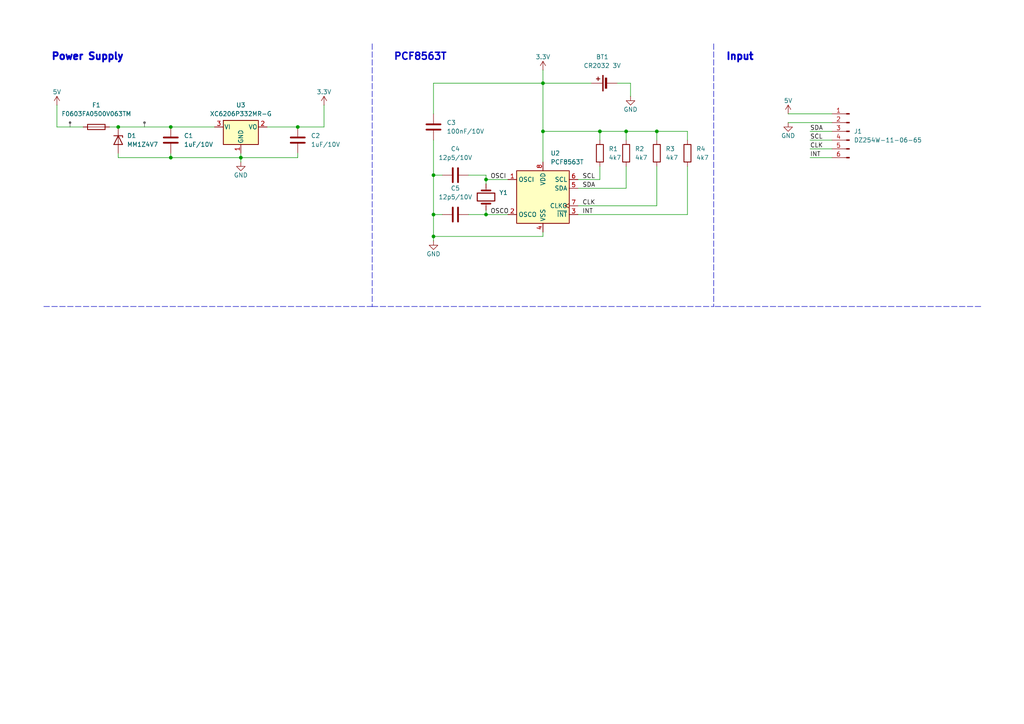
<source format=kicad_sch>
(kicad_sch (version 20231120) (generator "eeschema") (generator_version "8.0")
  (paper "A4")
  (lib_symbols
    (symbol "Connector:Conn_01x06_Pin" (pin_names (offset 1.016) hide)
      (property "Reference" "J" (at 0 7.62 0))
      (property "Value" "Conn_01x06_Pin" (at 0 -10.16 0))
      (symbol "Conn_01x06_Pin_1_1"
        (polyline (pts (xy 1.27 -7.62) (xy 0.8636 -7.62)) (stroke (width 0.1524)))
        (polyline (pts (xy 1.27 -5.08) (xy 0.8636 -5.08)) (stroke (width 0.1524)))
        (polyline (pts (xy 1.27 -2.54) (xy 0.8636 -2.54)) (stroke (width 0.1524)))
        (polyline (pts (xy 1.27 0) (xy 0.8636 0)) (stroke (width 0.1524)))
        (polyline (pts (xy 1.27 2.54) (xy 0.8636 2.54)) (stroke (width 0.1524)))
        (polyline (pts (xy 1.27 5.08) (xy 0.8636 5.08)) (stroke (width 0.1524)))
        (rectangle (start 0.8636 -7.493) (end 0 -7.747) (stroke (width 0.1524)) (fill (type outline)))
        (rectangle (start 0.8636 -4.953) (end 0 -5.207) (stroke (width 0.1524)) (fill (type outline)))
        (rectangle (start 0.8636 -2.413) (end 0 -2.667) (stroke (width 0.1524)) (fill (type outline)))
        (rectangle (start 0.8636 0.127) (end 0 -0.127) (stroke (width 0.1524)) (fill (type outline)))
        (rectangle (start 0.8636 2.667) (end 0 2.413) (stroke (width 0.1524)) (fill (type outline)))
        (rectangle (start 0.8636 5.207) (end 0 4.953) (stroke (width 0.1524)) (fill (type outline)))
        (pin passive line (at 5.08 5.08 180) (length 3.81) (name "Pin_1") (number "1"))
        (pin passive line (at 5.08 2.54 180) (length 3.81) (name "Pin_2") (number "2"))
        (pin passive line (at 5.08 0 180) (length 3.81) (name "Pin_3") (number "3"))
        (pin passive line (at 5.08 -2.54 180) (length 3.81) (name "Pin_4") (number "4"))
        (pin passive line (at 5.08 -5.08 180) (length 3.81) (name "Pin_5") (number "5"))
        (pin passive line (at 5.08 -7.62 180) (length 3.81) (name "Pin_6") (number "6"))
      )
    )
    (symbol "Device:Battery_Cell" (pin_numbers hide) (pin_names (offset 0) hide)
      (property "Reference" "BT" (at 2.54 2.54 0))
      (property "Value" "Battery_Cell" (at 2.54 0 0))
      (symbol "Battery_Cell_0_1"
        (rectangle (start -2.286 1.778) (end 2.286 1.524) (fill (type outline)))
        (rectangle (start -1.524 1.016) (end 1.524 0.508) (fill (type outline)))
        (polyline (pts (xy 0 0.762) (xy 0 0)))
        (polyline (pts (xy 0 1.778) (xy 0 2.54)))
        (polyline (pts (xy 0.762 3.048) (xy 1.778 3.048)) (stroke (width 0.254)))
        (polyline (pts (xy 1.27 3.556) (xy 1.27 2.54)) (stroke (width 0.254)))
      )
      (symbol "Battery_Cell_1_1"
        (pin passive line (at 0 5.08 270) (length 2.54) (name "+") (number "1"))
        (pin passive line (at 0 -2.54 90) (length 2.54) (name "-") (number "2"))
      )
    )
    (symbol "Device:C" (pin_numbers hide) (pin_names (offset 0.254))
      (property "Reference" "C" (at 0.635 2.54 0))
      (property "Value" "C" (at 0.635 -2.54 0))
      (symbol "C_0_1"
        (polyline (pts (xy -2.032 -0.762) (xy 2.032 -0.762)) (stroke (width 0.508)))
        (polyline (pts (xy -2.032 0.762) (xy 2.032 0.762)) (stroke (width 0.508)))
      )
      (symbol "C_1_1"
        (pin passive line (at 0 3.81 270) (length 2.794) (name "~") (number "1"))
        (pin passive line (at 0 -3.81 90) (length 2.794) (name "~") (number "2"))
      )
    )
    (symbol "Device:Crystal" (pin_numbers hide) (pin_names (offset 1.016) hide)
      (property "Reference" "Y" (at 0 3.81 0))
      (property "Value" "Crystal" (at 0 -3.81 0))
      (symbol "Crystal_0_1"
        (rectangle (start -1.143 2.54) (end 1.143 -2.54) (stroke (width 0.3048)))
        (polyline (pts (xy -2.54 0) (xy -1.905 0)))
        (polyline (pts (xy -1.905 -1.27) (xy -1.905 1.27)) (stroke (width 0.508)))
        (polyline (pts (xy 1.905 -1.27) (xy 1.905 1.27)) (stroke (width 0.508)))
        (polyline (pts (xy 2.54 0) (xy 1.905 0)))
      )
      (symbol "Crystal_1_1"
        (pin passive line (at -3.81 0 0) (length 1.27) (name "1") (number "1"))
        (pin passive line (at 3.81 0 180) (length 1.27) (name "2") (number "2"))
      )
    )
    (symbol "Device:D_Zener" (pin_numbers hide) (pin_names (offset 1.016) hide)
      (property "Reference" "D" (at 0 2.54 0))
      (property "Value" "D_Zener" (at 0 -2.54 0))
      (symbol "D_Zener_0_1"
        (polyline (pts (xy 1.27 0) (xy -1.27 0)))
        (polyline (pts (xy -1.27 -1.27) (xy -1.27 1.27) (xy -0.762 1.27)) (stroke (width 0.254)))
        (polyline (pts (xy 1.27 -1.27) (xy 1.27 1.27) (xy -1.27 0) (xy 1.27 -1.27)) (stroke (width 0.254)))
      )
      (symbol "D_Zener_1_1"
        (pin passive line (at -3.81 0 0) (length 2.54) (name "K") (number "1"))
        (pin passive line (at 3.81 0 180) (length 2.54) (name "A") (number "2"))
      )
    )
    (symbol "Device:Fuse" (pin_numbers hide) (pin_names (offset 0))
      (property "Reference" "F" (at 2.032 0 90))
      (property "Value" "Fuse" (at -1.905 0 90))
      (symbol "Fuse_0_1"
        (rectangle (start -0.762 -2.54) (end 0.762 2.54) (stroke (width 0.254)))
        (polyline (pts (xy 0 2.54) (xy 0 -2.54)))
      )
      (symbol "Fuse_1_1"
        (pin passive line (at 0 3.81 270) (length 1.27) (name "~") (number "1"))
        (pin passive line (at 0 -3.81 90) (length 1.27) (name "~") (number "2"))
      )
    )
    (symbol "Device:R" (pin_numbers hide) (pin_names (offset 0))
      (property "Reference" "R" (at 2.032 0 90))
      (property "Value" "R" (at 0 0 90))
      (symbol "R_0_1"
        (rectangle (start -1.016 -2.54) (end 1.016 2.54) (stroke (width 0.254)))
      )
      (symbol "R_1_1"
        (pin passive line (at 0 3.81 270) (length 1.27) (name "~") (number "1"))
        (pin passive line (at 0 -3.81 90) (length 1.27) (name "~") (number "2"))
      )
    )
    (symbol "Regulator_Linear:XC6206PxxxMR" (pin_names (offset 0.254))
      (property "Reference" "U" (at -3.81 3.175 0))
      (property "Value" "XC6206PxxxMR" (at 0 3.175 0))
      (symbol "XC6206PxxxMR_0_1"
        (rectangle (start -5.08 1.905) (end 5.08 -5.08) (stroke (width 0.254)) (fill (type background)))
      )
      (symbol "XC6206PxxxMR_1_1"
        (pin power_in line (at 0 -7.62 90) (length 2.54) (name "GND") (number "1"))
        (pin power_out line (at 7.62 0 180) (length 2.54) (name "VO") (number "2"))
        (pin power_in line (at -7.62 0 0) (length 2.54) (name "VI") (number "3"))
      )
    )
    (symbol "Timer_RTC:PCF8563T"
      (property "Reference" "U" (at -7.62 8.89 0))
      (property "Value" "PCF8563T" (at 2.54 8.89 0))
      (symbol "PCF8563T_0_1"
        (rectangle (start -7.62 7.62) (end 7.62 -7.62) (stroke (width 0.254)) (fill (type background)))
      )
      (symbol "PCF8563T_1_1"
        (pin input line (at -10.16 5.08 0) (length 2.54) (name "OSCI") (number "1"))
        (pin output line (at -10.16 -5.08 0) (length 2.54) (name "OSCO") (number "2"))
        (pin output line (at 10.16 -5.08 180) (length 2.54) (name "~{INT}") (number "3"))
        (pin power_in line (at 0 -10.16 90) (length 2.54) (name "VSS") (number "4"))
        (pin bidirectional line (at 10.16 2.54 180) (length 2.54) (name "SDA") (number "5"))
        (pin input line (at 10.16 5.08 180) (length 2.54) (name "SCL") (number "6"))
        (pin output clock (at 10.16 -2.54 180) (length 2.54) (name "CLKO") (number "7"))
        (pin power_in line (at 0 10.16 270) (length 2.54) (name "VDD") (number "8"))
      )
    )
    (symbol "power:+5V" (power) (pin_numbers hide) (pin_names (offset 0) hide)
      (property "Value" "+5V" (at 0 3.556 0))
      (symbol "+5V_0_1"
        (polyline (pts (xy -0.762 1.27) (xy 0 2.54)))
        (polyline (pts (xy 0 0) (xy 0 2.54)))
        (polyline (pts (xy 0 2.54) (xy 0.762 1.27)))
      )
      (symbol "+5V_1_1"
        (pin power_in line (at 0 0 90) (length 0) (name "~") (number "1"))
      )
    )
    (symbol "power:GND" (power) (pin_numbers hide) (pin_names (offset 0) hide)
      (property "Value" "GND" (at 0 -3.81 0))
      (symbol "GND_0_1"
        (polyline (pts (xy 0 0) (xy 0 -1.27) (xy 1.27 -1.27) (xy 0 -2.54) (xy -1.27 -1.27) (xy 0 -1.27)))
      )
      (symbol "GND_1_1"
        (pin power_in line (at 0 0 270) (length 0) (name "~") (number "1"))
      )
    )
  )
  (junction (at 140.97 62.23))
  (junction (at 125.73 68.58))
  (junction (at 125.73 50.8))
  (junction (at 125.73 62.23))
  (junction (at 34.29 36.83))
  (junction (at 49.53 36.83))
  (junction (at 140.97 52.07))
  (junction (at 190.5 38.1))
  (junction (at 86.36 36.83))
  (junction (at 69.85 45.72))
  (junction (at 49.53 45.72))
  (junction (at 157.48 38.1))
  (junction (at 173.99 38.1))
  (junction (at 181.61 38.1))
  (junction (at 157.48 24.13))
  (wire (pts (xy 49.53 36.83) (xy 62.23 36.83)))
  (wire (pts (xy 125.73 62.23) (xy 125.73 68.58)))
  (wire (pts (xy 199.39 62.23) (xy 199.39 48.26)))
  (wire (pts (xy 182.88 24.13) (xy 179.07 24.13)))
  (wire (pts (xy 228.6 33.02) (xy 241.3 33.02)))
  (wire (pts (xy 125.73 50.8) (xy 125.73 62.23)))
  (polyline (pts (xy 12.7 88.9) (xy 107.95 88.9)) (stroke (width 0) (type dash)))
  (wire (pts (xy 49.53 45.72) (xy 49.53 44.45)))
  (polyline (pts (xy 107.95 88.9) (xy 207.01 88.9)) (stroke (width 0) (type dash)))
  (wire (pts (xy 157.48 24.13) (xy 171.45 24.13)))
  (wire (pts (xy 157.48 68.58) (xy 157.48 67.31)))
  (wire (pts (xy 86.36 45.72) (xy 69.85 45.72)))
  (wire (pts (xy 140.97 53.34) (xy 140.97 52.07)))
  (wire (pts (xy 125.73 33.02) (xy 125.73 24.13)))
  (wire (pts (xy 190.5 38.1) (xy 199.39 38.1)))
  (wire (pts (xy 167.64 59.69) (xy 190.5 59.69)))
  (wire (pts (xy 182.88 27.94) (xy 182.88 24.13)))
  (wire (pts (xy 69.85 44.45) (xy 69.85 45.72)))
  (wire (pts (xy 125.73 68.58) (xy 157.48 68.58)))
  (wire (pts (xy 173.99 48.26) (xy 173.99 52.07)))
  (wire (pts (xy 86.36 36.83) (xy 77.47 36.83)))
  (wire (pts (xy 140.97 52.07) (xy 147.32 52.07)))
  (wire (pts (xy 140.97 50.8) (xy 140.97 52.07)))
  (wire (pts (xy 181.61 38.1) (xy 181.61 40.64)))
  (wire (pts (xy 181.61 38.1) (xy 190.5 38.1)))
  (wire (pts (xy 34.29 36.83) (xy 49.53 36.83)))
  (wire (pts (xy 34.29 45.72) (xy 34.29 44.45)))
  (wire (pts (xy 173.99 38.1) (xy 181.61 38.1)))
  (wire (pts (xy 140.97 62.23) (xy 147.32 62.23)))
  (wire (pts (xy 16.51 36.83) (xy 24.13 36.83)))
  (wire (pts (xy 125.73 68.58) (xy 125.73 69.85)))
  (wire (pts (xy 173.99 38.1) (xy 173.99 40.64)))
  (wire (pts (xy 125.73 62.23) (xy 128.27 62.23)))
  (wire (pts (xy 157.48 38.1) (xy 173.99 38.1)))
  (polyline (pts (xy 207.01 12.7) (xy 207.01 88.9)) (stroke (width 0) (type dash)))
  (wire (pts (xy 135.89 50.8) (xy 140.97 50.8)))
  (wire (pts (xy 167.64 54.61) (xy 181.61 54.61)))
  (wire (pts (xy 167.64 52.07) (xy 173.99 52.07)))
  (wire (pts (xy 34.29 45.72) (xy 49.53 45.72)))
  (polyline (pts (xy 284.48 88.9) (xy 207.01 88.9)) (stroke (width 0) (type dash)))
  (wire (pts (xy 140.97 60.96) (xy 140.97 62.23)))
  (wire (pts (xy 199.39 38.1) (xy 199.39 40.64)))
  (wire (pts (xy 125.73 24.13) (xy 157.48 24.13)))
  (wire (pts (xy 69.85 45.72) (xy 69.85 46.99)))
  (wire (pts (xy 86.36 44.45) (xy 86.36 45.72)))
  (wire (pts (xy 167.64 62.23) (xy 199.39 62.23)))
  (wire (pts (xy 157.48 24.13) (xy 157.48 38.1)))
  (wire (pts (xy 181.61 48.26) (xy 181.61 54.61)))
  (wire (pts (xy 157.48 38.1) (xy 157.48 46.99)))
  (wire (pts (xy 234.95 43.18) (xy 241.3 43.18)))
  (wire (pts (xy 190.5 40.64) (xy 190.5 38.1)))
  (wire (pts (xy 93.98 30.48) (xy 93.98 36.83)))
  (wire (pts (xy 190.5 59.69) (xy 190.5 48.26)))
  (wire (pts (xy 135.89 62.23) (xy 140.97 62.23)))
  (wire (pts (xy 234.95 38.1) (xy 241.3 38.1)))
  (wire (pts (xy 31.75 36.83) (xy 34.29 36.83)))
  (wire (pts (xy 234.95 40.64) (xy 241.3 40.64)))
  (wire (pts (xy 228.6 35.56) (xy 241.3 35.56)))
  (wire (pts (xy 234.95 45.72) (xy 241.3 45.72)))
  (wire (pts (xy 125.73 40.64) (xy 125.73 50.8)))
  (wire (pts (xy 93.98 36.83) (xy 86.36 36.83)))
  (wire (pts (xy 16.51 30.48) (xy 16.51 36.83)))
  (wire (pts (xy 49.53 45.72) (xy 69.85 45.72)))
  (wire (pts (xy 128.27 50.8) (xy 125.73 50.8)))
  (polyline (pts (xy 107.95 12.7) (xy 107.95 88.9)) (stroke (width 0) (type dash)))
  (wire (pts (xy 157.48 20.32) (xy 157.48 24.13)))
  (text "Power Supply" (at 25.4 16.51 0) (effects (font (size 2.032 2.032) (thickness 0.508) (bold yes))))
  (text "PCF8563T" (at 121.92 16.51 0) (effects (font (size 2.032 2.032) (thickness 0.4064) (bold yes))))
  (text "Input" (at 214.63 16.51 0) (effects (font (size 2.032 2.032) (thickness 0.508) (bold yes))))
  (label "SCL" (at 168.91 52.07 0))
  (label "SDA" (at 168.91 54.61 0))
  (label "INT" (at 168.91 62.23 0))
  (label "CLK" (at 168.91 59.69 0))
  (label "OSCO" (at 142.24 62.23 0))
  (label "OSCI" (at 142.24 52.07 0))
  (label "SDA" (at 234.95 38.1 0))
  (label "SCL" (at 234.95 40.64 0))
  (label "CLK" (at 234.95 43.18 0))
  (label "INT" (at 234.95 45.72 0))
  (netclass_flag "" (length 1.27) (shape dot) (at 41.91 36.83 0) (property "Netclass" "0.5A" (effects (hide yes))))
  (netclass_flag "" (length 1.27) (shape dot) (at 20.32 36.83 0) (property "Netclass" "0.5A" (effects (hide yes))))
  (symbol (lib_id "power:GND") (at 125.73 69.85 0) (unit 1)
    (property "Reference" "#PWR04" (effects (hide yes)))
    (property "Value" "GND" (at 125.73 73.66 0))
    (property "Description" "Power symbol creates a global label with name \"GND\" , ground" (effects (hide yes)))
  )
  (symbol (lib_id "Timer_RTC:PCF8563T") (at 157.48 57.15 0) (unit 1)
    (property "Reference" "U2" (at 159.6741 44.45 0) (effects (justify left)))
    (property "Value" "PCF8563T" (at 159.6741 46.99 0) (effects (justify left)))
    (property "Footprint" "Package_SO:SOIC-8_3.9x4.9mm_P1.27mm" (effects (hide yes)))
    (property "Datasheet" "https://www.nxp.com/docs/en/data-sheet/PCF8563.pdf" (effects (hide yes)))
    (property "Description" "Realtime Clock/Calendar I2C Interface, SOIC-8" (effects (hide yes)))
  )
  (symbol (lib_id "Device:Fuse") (at 27.94 36.83 90) (unit 1)
    (property "Reference" "F1" (at 27.94 30.48 90))
    (property "Value" "F0603FA0500V063TM" (at 27.94 33.02 90))
    (property "Footprint" "Resistor_SMD:R_0603_1608Metric" (effects (hide yes)))
    (property "Description" "Fuse" (effects (hide yes)))
  )
  (symbol (lib_id "Device:Crystal") (at 140.97 57.15 270) (unit 1)
    (property "Reference" "Y1" (at 144.78 55.8799 90) (effects (justify left)))
    (property "Value" "Q13FC13500004" (effects (hide yes)))
    (property "Footprint" "Crystal:Crystal_SMD_MicroCrystal_CC7V-T1A-2Pin_3.2x1.5mm" (effects (hide yes)))
    (property "Datasheet" "https://www.lcsc.com/datasheet/lcsc_datasheet_2404180925_Seiko-Epson-Q13FC13500004_C32346.pdf" (effects (hide yes)))
    (property "Description" "Two pin crystal" (effects (hide yes)))
  )
  (symbol (lib_id "Device:R") (at 190.5 44.45 0) (unit 1)
    (property "Reference" "R3" (at 193.04 43.1799 0) (effects (justify left)))
    (property "Value" "4k7" (at 193.04 45.7199 0) (effects (justify left)))
    (property "Footprint" "Resistor_SMD:R_0603_1608Metric" (effects (hide yes)))
    (property "Description" "Resistor" (effects (hide yes)))
  )
  (symbol (lib_id "Device:C") (at 49.53 40.64 0) (unit 1)
    (property "Reference" "C1" (at 53.34 39.3699 0) (effects (justify left)))
    (property "Value" "1uF/10V" (at 53.34 41.9099 0) (effects (justify left)))
    (property "Footprint" "Capacitor_SMD:C_0805_2012Metric" (effects (hide yes)))
    (property "Description" "Unpolarized capacitor" (effects (hide yes)))
  )
  (symbol (lib_id "power:GND") (at 69.85 46.99 0) (unit 1)
    (property "Reference" "#PWR02" (effects (hide yes)))
    (property "Value" "GND" (at 69.85 50.8 0))
    (property "Description" "Power symbol creates a global label with name \"GND\" , ground" (effects (hide yes)))
  )
  (symbol (lib_id "Regulator_Linear:XC6206PxxxMR") (at 69.85 36.83 0) (unit 1)
    (property "Reference" "U3" (at 69.85 30.48 0))
    (property "Value" "XC6206P332MR-G" (at 69.85 33.02 0))
    (property "Footprint" "Package_TO_SOT_SMD:SOT-23-3" (effects (hide yes)))
    (property "Datasheet" "https://www.torexsemi.com/file/xc6206/XC6206.pdf" (effects (hide yes)))
    (property "Description" "Positive 60-250mA Low Dropout Regulator, Fixed Output, SOT-23" (effects (hide yes)))
  )
  (symbol (lib_id "Device:C") (at 132.08 50.8 270) (unit 1)
    (property "Reference" "C4" (at 132.08 43.18 90))
    (property "Value" "12p5/10V" (at 132.08 45.72 90))
    (property "Footprint" "Capacitor_SMD:C_0603_1608Metric" (effects (hide yes)))
    (property "Description" "CL10C120JB8NNNC" (effects (hide yes)))
  )
  (symbol (lib_id "power:GND") (at 228.6 35.56 0) (unit 1)
    (property "Reference" "#PWR08" (effects (hide yes)))
    (property "Value" "GND" (at 228.6 39.37 0))
    (property "Description" "Power symbol creates a global label with name \"GND\" , ground" (effects (hide yes)))
  )
  (symbol (lib_id "Device:Battery_Cell") (at 176.53 24.13 90) (unit 1)
    (property "Reference" "BT1" (at 174.6885 16.51 90))
    (property "Value" "CR2032 3V" (at 174.6885 19.05 90))
    (property "Footprint" "Battery:BatteryHolder_LINX_BAT-HLD-012-SMT" (effects (hide yes)))
    (property "Description" "Single-cell battery" (effects (hide yes)))
  )
  (symbol (lib_id "power:GND") (at 182.88 27.94 0) (unit 1)
    (property "Reference" "#PWR06" (effects (hide yes)))
    (property "Value" "GND" (at 182.88 31.75 0))
    (property "Description" "Power symbol creates a global label with name \"GND\" , ground" (effects (hide yes)))
  )
  (symbol (lib_id "Device:R") (at 173.99 44.45 0) (unit 1)
    (property "Reference" "R1" (at 176.53 43.1799 0) (effects (justify left)))
    (property "Value" "4k7" (at 176.53 45.7199 0) (effects (justify left)))
    (property "Footprint" "Resistor_SMD:R_0603_1608Metric" (effects (hide yes)))
    (property "Description" "Resistor" (effects (hide yes)))
  )
  (symbol (lib_id "power:+5V") (at 157.48 20.32 0) (unit 1)
    (property "Reference" "#PWR05" (effects (hide yes)))
    (property "Value" "3.3V" (at 157.48 16.51 0))
    (property "Description" "Power symbol creates a global label with name \"+5V\"" (effects (hide yes)))
  )
  (symbol (lib_id "Device:C") (at 132.08 62.23 270) (unit 1)
    (property "Reference" "C5" (at 132.08 54.61 90))
    (property "Value" "12p5/10V" (at 132.08 57.15 90))
    (property "Footprint" "Capacitor_SMD:C_0603_1608Metric" (effects (hide yes)))
    (property "Description" "CL10C120JB8NNNC" (effects (hide yes)))
  )
  (symbol (lib_id "Device:R") (at 199.39 44.45 0) (unit 1)
    (property "Reference" "R4" (at 201.93 43.1799 0) (effects (justify left)))
    (property "Value" "4k7" (at 201.93 45.7199 0) (effects (justify left)))
    (property "Footprint" "Resistor_SMD:R_0603_1608Metric" (effects (hide yes)))
    (property "Description" "Resistor" (effects (hide yes)))
  )
  (symbol (lib_id "power:+5V") (at 93.98 30.48 0) (unit 1)
    (property "Reference" "#PWR03" (effects (hide yes)))
    (property "Value" "3.3V" (at 93.98 26.67 0))
    (property "Description" "Power symbol creates a global label with name \"+5V\"" (effects (hide yes)))
  )
  (symbol (lib_id "power:+5V") (at 228.6 33.02 0) (unit 1)
    (property "Reference" "#PWR07" (effects (hide yes)))
    (property "Value" "5V" (at 228.6 29.21 0))
    (property "Description" "Power symbol creates a global label with name \"+5V\"" (effects (hide yes)))
  )
  (symbol (lib_id "Device:D_Zener") (at 34.29 40.64 270) (unit 1)
    (property "Reference" "D1" (at 36.83 39.3699 90) (effects (justify left)))
    (property "Value" "MM1Z4V7" (at 36.83 41.9099 90) (effects (justify left)))
    (property "Footprint" "Diode_SMD:D_SOD-123" (effects (hide yes)))
    (property "Description" "Zener diode" (effects (hide yes)))
  )
  (symbol (lib_id "power:+5V") (at 16.51 30.48 0) (unit 1)
    (property "Reference" "#PWR01" (effects (hide yes)))
    (property "Value" "5V" (at 16.51 26.67 0))
    (property "Description" "Power symbol creates a global label with name \"+5V\"" (effects (hide yes)))
  )
  (symbol (lib_id "Device:R") (at 181.61 44.45 0) (unit 1)
    (property "Reference" "R2" (at 184.15 43.1799 0) (effects (justify left)))
    (property "Value" "4k7" (at 184.15 45.7199 0) (effects (justify left)))
    (property "Footprint" "Resistor_SMD:R_0603_1608Metric" (effects (hide yes)))
    (property "Description" "Resistor" (effects (hide yes)))
  )
  (symbol (lib_id "Device:C") (at 86.36 40.64 0) (unit 1)
    (property "Reference" "C2" (at 90.17 39.3699 0) (effects (justify left)))
    (property "Value" "1uF/10V" (at 90.17 41.9099 0) (effects (justify left)))
    (property "Footprint" "Capacitor_SMD:C_0805_2012Metric" (effects (hide yes)))
    (property "Description" "Unpolarized capacitor" (effects (hide yes)))
  )
  (symbol (lib_id "Connector:Conn_01x06_Pin") (at 246.38 38.1 0) (mirror y) (unit 1)
    (property "Reference" "J1" (at 247.65 38.0999 0) (effects (justify right)))
    (property "Value" "DZ254W-11-06-65" (at 247.65 40.6399 0) (effects (justify right)))
    (property "Footprint" "Connector_PinHeader_2.54mm:PinHeader_1x06_P2.54mm_Horizontal" (effects (hide yes)))
    (property "Description" "Generic connector, single row, 01x06, script generated" (effects (hide yes)))
  )
  (symbol (lib_id "Device:C") (at 125.73 36.83 0) (unit 1)
    (property "Reference" "C3" (at 129.54 35.5599 0) (effects (justify left)))
    (property "Value" "100nF/10V" (at 129.54 38.0999 0) (effects (justify left)))
    (property "Footprint" "Capacitor_SMD:C_0603_1608Metric" (effects (hide yes)))
    (property "Description" "Unpolarized capacitor" (effects (hide yes)))
  )
)
</source>
